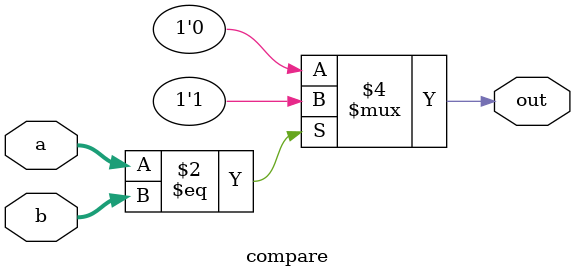
<source format=sv>
module compare #(parameter width = 11)
(
	input [width-1:0] a,
	input [width-1:0] b,
	output logic out
);


always_comb begin
if(a == b)
 out = 1;
else
 out = 0;
end
endmodule : compare

</source>
